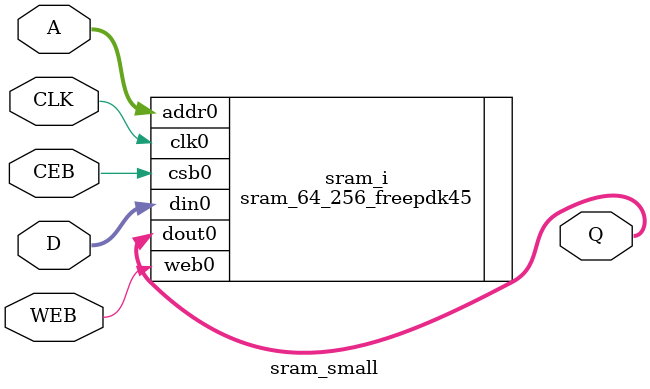
<source format=sv>
module sram_small #(
	parameter integer ADR_BITS=8,
	parameter integer DAT_BITS=64
) (
	input wire logic CLK,
	input wire logic CEB,
	input wire logic WEB,
	input wire logic [(ADR_BITS-1):0] A,
	input wire logic [(DAT_BITS-1):0] D,
	output wire logic [(DAT_BITS-1):0] Q
);
    // instantiate the FreePDK macro
    sram_64_256_freepdk45 sram_i (
        .clk0(CLK),
        .csb0(CEB),
        .web0(WEB),
        .addr0(A),
        .din0(D),
        .dout0(Q)
    );
endmodule

</source>
